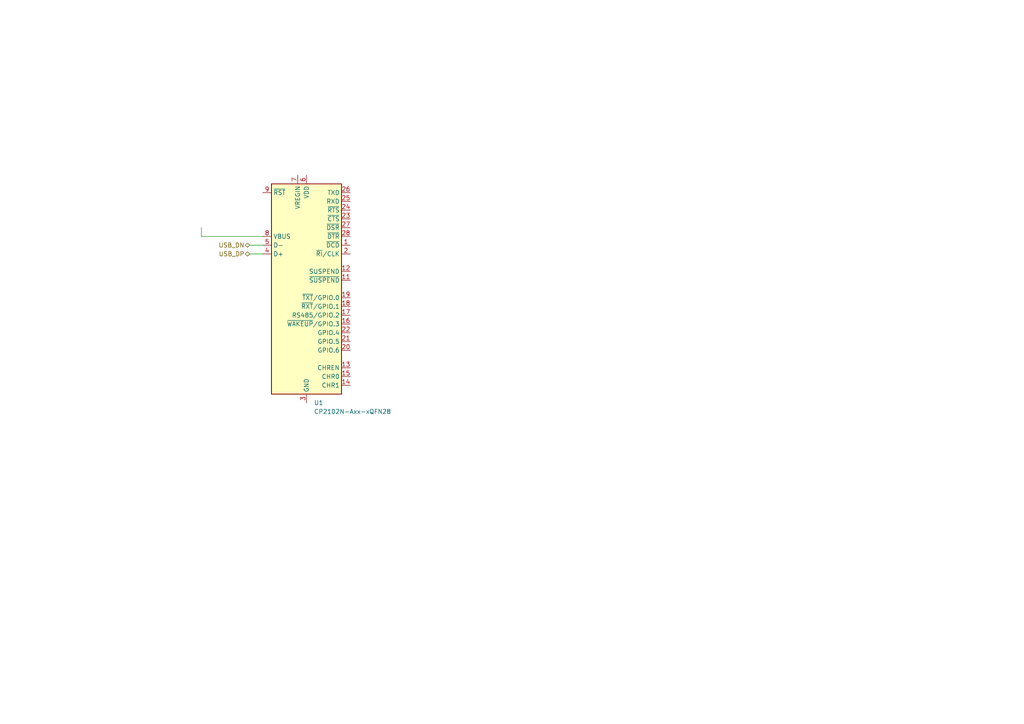
<source format=kicad_sch>
(kicad_sch (version 20250114) (generator "eeschema") (generator_version "9.0")
  (paper "A4")
  (lib_symbols
    (symbol "Interface_USB:CP2102N-Axx-xQFN28"
      (property "Reference" "U" (at -8.89 31.75 0))
      (property "Value" "CP2102N-Axx-xQFN28" (at 12.7 31.75 0))
      (symbol "CP2102N-Axx-xQFN28_0_1"
        (rectangle (start -10.16 30.48) (end 10.16 -30.48) (stroke (width 0.254)) (fill (type background)))
      )
      (symbol "CP2102N-Axx-xQFN28_1_1"
        (pin input line (at -12.7 27.94 0) (length 2.54) (name "~{RST}") (number "9"))
        (pin input line (at -12.7 15.24 0) (length 2.54) (name "VBUS") (number "8"))
        (pin bidirectional line (at -12.7 12.7 0) (length 2.54) (name "D-") (number "5"))
        (pin bidirectional line (at -12.7 10.16 0) (length 2.54) (name "D+") (number "4"))
        (pin no_connect line (at -10.16 -27.94 0) (length 2.54) (hide yes) (name "NC") (number "10"))
        (pin power_in line (at -2.54 33.02 270) (length 2.54) (name "VREGIN") (number "7"))
        (pin power_in line (at 0 33.02 270) (length 2.54) (name "VDD") (number "6"))
        (pin passive line (at 0 -33.02 90) (length 2.54) (hide yes) (name "GND") (number "29"))
        (pin power_in line (at 0 -33.02 90) (length 2.54) (name "GND") (number "3"))
        (pin output line (at 12.7 27.94 180) (length 2.54) (name "TXD") (number "26"))
        (pin input line (at 12.7 25.4 180) (length 2.54) (name "RXD") (number "25"))
        (pin output line (at 12.7 22.86 180) (length 2.54) (name "~{RTS}") (number "24"))
        (pin input line (at 12.7 20.32 180) (length 2.54) (name "~{CTS}") (number "23"))
        (pin input line (at 12.7 17.78 180) (length 2.54) (name "~{DSR}") (number "27"))
        (pin output line (at 12.7 15.24 180) (length 2.54) (name "~{DTR}") (number "28"))
        (pin input line (at 12.7 12.7 180) (length 2.54) (name "~{DCD}") (number "1"))
        (pin bidirectional line (at 12.7 10.16 180) (length 2.54) (name "~{RI}/CLK") (number "2"))
        (pin output line (at 12.7 5.08 180) (length 2.54) (name "SUSPEND") (number "12"))
        (pin output line (at 12.7 2.54 180) (length 2.54) (name "~{SUSPEND}") (number "11"))
        (pin bidirectional line (at 12.7 -2.54 180) (length 2.54) (name "~{TXT}/GPIO.0") (number "19"))
        (pin bidirectional line (at 12.7 -5.08 180) (length 2.54) (name "~{RXT}/GPIO.1") (number "18"))
        (pin bidirectional line (at 12.7 -7.62 180) (length 2.54) (name "RS485/GPIO.2") (number "17"))
        (pin bidirectional line (at 12.7 -10.16 180) (length 2.54) (name "~{WAKEUP}/GPIO.3") (number "16"))
        (pin bidirectional line (at 12.7 -12.7 180) (length 2.54) (name "GPIO.4") (number "22"))
        (pin bidirectional line (at 12.7 -15.24 180) (length 2.54) (name "GPIO.5") (number "21"))
        (pin bidirectional line (at 12.7 -17.78 180) (length 2.54) (name "GPIO.6") (number "20"))
        (pin output line (at 12.7 -22.86 180) (length 2.54) (name "CHREN") (number "13"))
        (pin output line (at 12.7 -25.4 180) (length 2.54) (name "CHR0") (number "15"))
        (pin output line (at 12.7 -27.94 180) (length 2.54) (name "CHR1") (number "14"))
      )
    )
  )
  (wire (pts (xy 72.39 73.66) (xy 76.2 73.66)))
  (wire (pts (xy 58.42 68.58) (xy 76.2 68.58)))
  (wire (pts (xy 58.42 66.04) (xy 58.42 68.58)))
  (wire (pts (xy 72.39 71.12) (xy 76.2 71.12)))
  (hierarchical_label "USB_DP" (shape bidirectional) (at 72.39 73.66 180))
  (hierarchical_label "USB_DN" (shape bidirectional) (at 72.39 71.12 180))
  (symbol (lib_id "Interface_USB:CP2102N-Axx-xQFN28") (at 88.9 83.82 0) (unit 1)
    (property "Reference" "U1" (at 91.0433 116.84 0) (effects (justify left)))
    (property "Value" "CP2102N-Axx-xQFN28" (at 91.0433 119.38 0) (effects (justify left)))
    (property "Footprint" "Package_DFN_QFN:QFN-28-1EP_5x5mm_P0.5mm_EP3.35x3.35mm" (effects (hide yes)))
    (property "Datasheet" "https://www.silabs.com/documents/public/data-sheets/cp2102n-datasheet.pdf" (effects (hide yes)))
    (property "Description" "USB to UART master bridge, QFN-28" (effects (hide yes)))
  )
)
</source>
